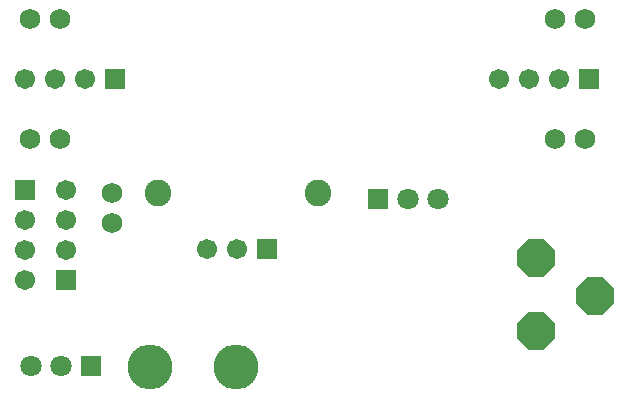
<source format=gbs>
%FSLAX23Y23*%
%MOIN*%
G70*
G01*
G75*
G04 Layer_Color=16711935*
%ADD10R,0.037X0.067*%
%ADD11R,0.079X0.087*%
%ADD12R,0.132X0.213*%
%ADD13R,0.020X0.055*%
%ADD14C,0.025*%
%ADD15C,0.020*%
%ADD16C,0.015*%
%ADD17C,0.060*%
%ADD18R,0.063X0.063*%
%ADD19C,0.063*%
%ADD20C,0.059*%
%ADD21R,0.059X0.059*%
%ADD22R,0.059X0.059*%
%ADD23C,0.081*%
%ADD24P,0.128X8X202.5*%
%ADD25P,0.128X8X112.5*%
%ADD26O,0.142X0.142*%
%ADD27C,0.010*%
%ADD28C,0.010*%
%ADD29C,0.005*%
%ADD30C,0.008*%
%ADD31C,0.006*%
%ADD32C,0.006*%
%ADD33R,0.045X0.075*%
%ADD34R,0.087X0.095*%
%ADD35R,0.140X0.221*%
%ADD36R,0.028X0.063*%
%ADD37C,0.068*%
%ADD38R,0.071X0.071*%
%ADD39C,0.071*%
%ADD40C,0.067*%
%ADD41R,0.067X0.067*%
%ADD42R,0.067X0.067*%
%ADD43C,0.089*%
%ADD44P,0.137X8X202.5*%
%ADD45P,0.137X8X112.5*%
%ADD46O,0.150X0.150*%
D37*
X4230Y2195D02*
D03*
X4130D02*
D03*
X2380Y2595D02*
D03*
X2480D02*
D03*
X2380Y2195D02*
D03*
X2480D02*
D03*
X2655Y2015D02*
D03*
Y1915D02*
D03*
X4230Y2595D02*
D03*
X4130D02*
D03*
D38*
X2585Y1440D02*
D03*
X3540Y1995D02*
D03*
D39*
X2485Y1440D02*
D03*
X2385D02*
D03*
X3740Y1995D02*
D03*
X3640D02*
D03*
D40*
X2365Y1725D02*
D03*
Y1825D02*
D03*
Y1925D02*
D03*
X2500Y2025D02*
D03*
Y1925D02*
D03*
Y1825D02*
D03*
X4145Y2395D02*
D03*
X4045D02*
D03*
X3945D02*
D03*
X3070Y1829D02*
D03*
X2970D02*
D03*
X2565Y2395D02*
D03*
X2465D02*
D03*
X2365D02*
D03*
D41*
Y2025D02*
D03*
X2500Y1725D02*
D03*
D42*
X4245Y2395D02*
D03*
X3170Y1829D02*
D03*
X2665Y2395D02*
D03*
D43*
X3341Y2015D02*
D03*
X2809D02*
D03*
D44*
X4266Y1673D02*
D03*
D45*
X4069Y1799D02*
D03*
Y1555D02*
D03*
D46*
X3069Y1436D02*
D03*
X2781D02*
D03*
M02*

</source>
